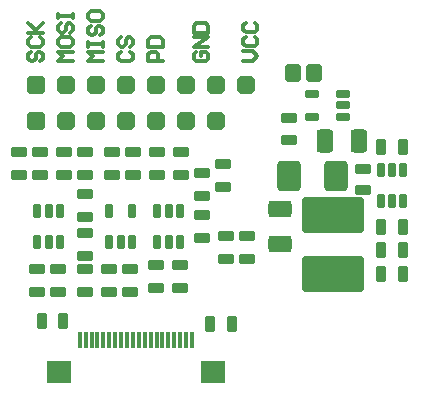
<source format=gts>
G04*
G04 #@! TF.GenerationSoftware,Altium Limited,Altium Designer,24.3.1 (35)*
G04*
G04 Layer_Color=8388736*
%FSLAX25Y25*%
%MOIN*%
G70*
G04*
G04 #@! TF.SameCoordinates,749AA8DA-3F55-4B39-BDDD-BDD76B79CAE6*
G04*
G04*
G04 #@! TF.FilePolarity,Negative*
G04*
G01*
G75*
%ADD10C,0.01181*%
G04:AMPARAMS|DCode=11|XSize=53.21mil|YSize=31.56mil|CornerRadius=4.76mil|HoleSize=0mil|Usage=FLASHONLY|Rotation=90.000|XOffset=0mil|YOffset=0mil|HoleType=Round|Shape=RoundedRectangle|*
%AMROUNDEDRECTD11*
21,1,0.05321,0.02205,0,0,90.0*
21,1,0.04370,0.03156,0,0,90.0*
1,1,0.00951,0.01102,0.02185*
1,1,0.00951,0.01102,-0.02185*
1,1,0.00951,-0.01102,-0.02185*
1,1,0.00951,-0.01102,0.02185*
%
%ADD11ROUNDEDRECTD11*%
G04:AMPARAMS|DCode=12|XSize=61.09mil|YSize=53.21mil|CornerRadius=11.84mil|HoleSize=0mil|Usage=FLASHONLY|Rotation=90.000|XOffset=0mil|YOffset=0mil|HoleType=Round|Shape=RoundedRectangle|*
%AMROUNDEDRECTD12*
21,1,0.06109,0.02953,0,0,90.0*
21,1,0.03740,0.05321,0,0,90.0*
1,1,0.02368,0.01476,0.01870*
1,1,0.02368,0.01476,-0.01870*
1,1,0.02368,-0.01476,-0.01870*
1,1,0.02368,-0.01476,0.01870*
%
%ADD12ROUNDEDRECTD12*%
G04:AMPARAMS|DCode=13|XSize=122.11mil|YSize=208.72mil|CornerRadius=13.81mil|HoleSize=0mil|Usage=FLASHONLY|Rotation=90.000|XOffset=0mil|YOffset=0mil|HoleType=Round|Shape=RoundedRectangle|*
%AMROUNDEDRECTD13*
21,1,0.12211,0.18110,0,0,90.0*
21,1,0.09449,0.20872,0,0,90.0*
1,1,0.02762,0.09055,0.04724*
1,1,0.02762,0.09055,-0.04724*
1,1,0.02762,-0.09055,-0.04724*
1,1,0.02762,-0.09055,0.04724*
%
%ADD13ROUNDEDRECTD13*%
G04:AMPARAMS|DCode=14|XSize=76.84mil|YSize=55.18mil|CornerRadius=9.68mil|HoleSize=0mil|Usage=FLASHONLY|Rotation=90.000|XOffset=0mil|YOffset=0mil|HoleType=Round|Shape=RoundedRectangle|*
%AMROUNDEDRECTD14*
21,1,0.07684,0.03583,0,0,90.0*
21,1,0.05748,0.05518,0,0,90.0*
1,1,0.01935,0.01791,0.02874*
1,1,0.01935,0.01791,-0.02874*
1,1,0.01935,-0.01791,-0.02874*
1,1,0.01935,-0.01791,0.02874*
%
%ADD14ROUNDEDRECTD14*%
G04:AMPARAMS|DCode=15|XSize=78.8mil|YSize=102.43mil|CornerRadius=13.22mil|HoleSize=0mil|Usage=FLASHONLY|Rotation=180.000|XOffset=0mil|YOffset=0mil|HoleType=Round|Shape=RoundedRectangle|*
%AMROUNDEDRECTD15*
21,1,0.07880,0.07598,0,0,180.0*
21,1,0.05236,0.10243,0,0,180.0*
1,1,0.02644,-0.02618,0.03799*
1,1,0.02644,0.02618,0.03799*
1,1,0.02644,0.02618,-0.03799*
1,1,0.02644,-0.02618,-0.03799*
%
%ADD15ROUNDEDRECTD15*%
G04:AMPARAMS|DCode=16|XSize=53.21mil|YSize=31.56mil|CornerRadius=4.76mil|HoleSize=0mil|Usage=FLASHONLY|Rotation=0.000|XOffset=0mil|YOffset=0mil|HoleType=Round|Shape=RoundedRectangle|*
%AMROUNDEDRECTD16*
21,1,0.05321,0.02205,0,0,0.0*
21,1,0.04370,0.03156,0,0,0.0*
1,1,0.00951,0.02185,-0.01102*
1,1,0.00951,-0.02185,-0.01102*
1,1,0.00951,-0.02185,0.01102*
1,1,0.00951,0.02185,0.01102*
%
%ADD16ROUNDEDRECTD16*%
G04:AMPARAMS|DCode=17|XSize=27.62mil|YSize=47.31mil|CornerRadius=7.91mil|HoleSize=0mil|Usage=FLASHONLY|Rotation=0.000|XOffset=0mil|YOffset=0mil|HoleType=Round|Shape=RoundedRectangle|*
%AMROUNDEDRECTD17*
21,1,0.02762,0.03150,0,0,0.0*
21,1,0.01181,0.04731,0,0,0.0*
1,1,0.01581,0.00591,-0.01575*
1,1,0.01581,-0.00591,-0.01575*
1,1,0.01581,-0.00591,0.01575*
1,1,0.01581,0.00591,0.01575*
%
%ADD17ROUNDEDRECTD17*%
G04:AMPARAMS|DCode=18|XSize=53.21mil|YSize=35.5mil|CornerRadius=5.15mil|HoleSize=0mil|Usage=FLASHONLY|Rotation=90.000|XOffset=0mil|YOffset=0mil|HoleType=Round|Shape=RoundedRectangle|*
%AMROUNDEDRECTD18*
21,1,0.05321,0.02520,0,0,90.0*
21,1,0.04291,0.03550,0,0,90.0*
1,1,0.01030,0.01260,0.02146*
1,1,0.01030,0.01260,-0.02146*
1,1,0.01030,-0.01260,-0.02146*
1,1,0.01030,-0.01260,0.02146*
%
%ADD18ROUNDEDRECTD18*%
G04:AMPARAMS|DCode=19|XSize=53.21mil|YSize=35.5mil|CornerRadius=5.15mil|HoleSize=0mil|Usage=FLASHONLY|Rotation=180.000|XOffset=0mil|YOffset=0mil|HoleType=Round|Shape=RoundedRectangle|*
%AMROUNDEDRECTD19*
21,1,0.05321,0.02520,0,0,180.0*
21,1,0.04291,0.03550,0,0,180.0*
1,1,0.01030,-0.02146,0.01260*
1,1,0.01030,0.02146,0.01260*
1,1,0.01030,0.02146,-0.01260*
1,1,0.01030,-0.02146,-0.01260*
%
%ADD19ROUNDEDRECTD19*%
G04:AMPARAMS|DCode=20|XSize=76.84mil|YSize=55.18mil|CornerRadius=9.68mil|HoleSize=0mil|Usage=FLASHONLY|Rotation=0.000|XOffset=0mil|YOffset=0mil|HoleType=Round|Shape=RoundedRectangle|*
%AMROUNDEDRECTD20*
21,1,0.07684,0.03583,0,0,0.0*
21,1,0.05748,0.05518,0,0,0.0*
1,1,0.01935,0.02874,-0.01791*
1,1,0.01935,-0.02874,-0.01791*
1,1,0.01935,-0.02874,0.01791*
1,1,0.01935,0.02874,0.01791*
%
%ADD20ROUNDEDRECTD20*%
G04:AMPARAMS|DCode=21|XSize=27.62mil|YSize=47.31mil|CornerRadius=4.36mil|HoleSize=0mil|Usage=FLASHONLY|Rotation=180.000|XOffset=0mil|YOffset=0mil|HoleType=Round|Shape=RoundedRectangle|*
%AMROUNDEDRECTD21*
21,1,0.02762,0.03858,0,0,180.0*
21,1,0.01890,0.04731,0,0,180.0*
1,1,0.00872,-0.00945,0.01929*
1,1,0.00872,0.00945,0.01929*
1,1,0.00872,0.00945,-0.01929*
1,1,0.00872,-0.00945,-0.01929*
%
%ADD21ROUNDEDRECTD21*%
G04:AMPARAMS|DCode=22|XSize=27.62mil|YSize=47.31mil|CornerRadius=4.36mil|HoleSize=0mil|Usage=FLASHONLY|Rotation=270.000|XOffset=0mil|YOffset=0mil|HoleType=Round|Shape=RoundedRectangle|*
%AMROUNDEDRECTD22*
21,1,0.02762,0.03858,0,0,270.0*
21,1,0.01890,0.04731,0,0,270.0*
1,1,0.00872,-0.01929,-0.00945*
1,1,0.00872,-0.01929,0.00945*
1,1,0.00872,0.01929,0.00945*
1,1,0.00872,0.01929,-0.00945*
%
%ADD22ROUNDEDRECTD22*%
%ADD23R,0.01581X0.05518*%
%ADD24R,0.08274X0.07487*%
G04:AMPARAMS|DCode=25|XSize=63.06mil|YSize=63.06mil|CornerRadius=0mil|HoleSize=0mil|Usage=FLASHONLY|Rotation=0.000|XOffset=0mil|YOffset=0mil|HoleType=Round|Shape=Octagon|*
%AMOCTAGOND25*
4,1,8,0.03153,-0.01576,0.03153,0.01576,0.01576,0.03153,-0.01576,0.03153,-0.03153,0.01576,-0.03153,-0.01576,-0.01576,-0.03153,0.01576,-0.03153,0.03153,-0.01576,0.0*
%
%ADD25OCTAGOND25*%

G04:AMPARAMS|DCode=26|XSize=63.06mil|YSize=63.06mil|CornerRadius=16.76mil|HoleSize=0mil|Usage=FLASHONLY|Rotation=0.000|XOffset=0mil|YOffset=0mil|HoleType=Round|Shape=RoundedRectangle|*
%AMROUNDEDRECTD26*
21,1,0.06306,0.02953,0,0,0.0*
21,1,0.02953,0.06306,0,0,0.0*
1,1,0.03353,0.01476,-0.01476*
1,1,0.03353,-0.01476,-0.01476*
1,1,0.03353,-0.01476,0.01476*
1,1,0.03353,0.01476,0.01476*
%
%ADD26ROUNDEDRECTD26*%
%ADD27C,0.00400*%
D10*
X68583Y121330D02*
X67796Y120543D01*
Y118968D01*
X68583Y118181D01*
X71732D01*
X72519Y118968D01*
Y120543D01*
X71732Y121330D01*
X70157D01*
Y119755D01*
X72519Y122904D02*
X67796D01*
X72519Y126053D01*
X67796D01*
Y127627D02*
X72519D01*
Y129988D01*
X71732Y130775D01*
X68583D01*
X67796Y129988D01*
Y127627D01*
X84253Y118307D02*
X87401D01*
X88976Y119881D01*
X87401Y121456D01*
X84253D01*
X85040Y126179D02*
X84253Y125391D01*
Y123817D01*
X85040Y123030D01*
X88188D01*
X88976Y123817D01*
Y125391D01*
X88188Y126179D01*
X85040Y130901D02*
X84253Y130114D01*
Y128540D01*
X85040Y127753D01*
X88188D01*
X88976Y128540D01*
Y130114D01*
X88188Y130901D01*
X57361Y118181D02*
X52639D01*
Y120543D01*
X53426Y121330D01*
X55000D01*
X55787Y120543D01*
Y118181D01*
X52639Y122904D02*
X57361D01*
Y125265D01*
X56574Y126053D01*
X53426D01*
X52639Y125265D01*
Y122904D01*
X43426Y121330D02*
X42639Y120543D01*
Y118968D01*
X43426Y118181D01*
X46574D01*
X47361Y118968D01*
Y120543D01*
X46574Y121330D01*
X43426Y126053D02*
X42639Y125265D01*
Y123691D01*
X43426Y122904D01*
X44213D01*
X45000Y123691D01*
Y125265D01*
X45787Y126053D01*
X46574D01*
X47361Y125265D01*
Y123691D01*
X46574Y122904D01*
X37361Y118181D02*
X32639D01*
X34213Y119755D01*
X32639Y121330D01*
X37361D01*
X32639Y122904D02*
Y124478D01*
Y123691D01*
X37361D01*
Y122904D01*
Y124478D01*
X33426Y129988D02*
X32639Y129201D01*
Y127627D01*
X33426Y126840D01*
X34213D01*
X35000Y127627D01*
Y129201D01*
X35787Y129988D01*
X36574D01*
X37361Y129201D01*
Y127627D01*
X36574Y126840D01*
X32639Y133924D02*
Y132350D01*
X33426Y131563D01*
X36574D01*
X37361Y132350D01*
Y133924D01*
X36574Y134711D01*
X33426D01*
X32639Y133924D01*
X27361Y118181D02*
X22639D01*
X24213Y119755D01*
X22639Y121330D01*
X27361D01*
X22639Y125265D02*
Y123691D01*
X23426Y122904D01*
X26574D01*
X27361Y123691D01*
Y125265D01*
X26574Y126053D01*
X23426D01*
X22639Y125265D01*
X23426Y130775D02*
X22639Y129988D01*
Y128414D01*
X23426Y127627D01*
X24213D01*
X25000Y128414D01*
Y129988D01*
X25787Y130775D01*
X26574D01*
X27361Y129988D01*
Y128414D01*
X26574Y127627D01*
X22639Y132350D02*
Y133924D01*
Y133137D01*
X27361D01*
Y132350D01*
Y133924D01*
X13426Y121330D02*
X12639Y120543D01*
Y118968D01*
X13426Y118181D01*
X14213D01*
X15000Y118968D01*
Y120543D01*
X15787Y121330D01*
X16574D01*
X17361Y120543D01*
Y118968D01*
X16574Y118181D01*
X13426Y126053D02*
X12639Y125265D01*
Y123691D01*
X13426Y122904D01*
X16574D01*
X17361Y123691D01*
Y125265D01*
X16574Y126053D01*
X12639Y127627D02*
X17361D01*
X15787D01*
X12639Y130775D01*
X15000Y128414D01*
X17361Y130775D01*
D11*
X130118Y89567D02*
D03*
X137598D02*
D03*
X73032Y30512D02*
D03*
X80512D02*
D03*
X130118Y47244D02*
D03*
X137598D02*
D03*
X130118Y55118D02*
D03*
X137598D02*
D03*
X137598Y62992D02*
D03*
X130118D02*
D03*
D12*
X100886Y114173D02*
D03*
X107776D02*
D03*
D13*
X114173Y66929D02*
D03*
Y47244D02*
D03*
D14*
X122835Y91535D02*
D03*
X111417D02*
D03*
D15*
X115157Y79724D02*
D03*
X99409D02*
D03*
D16*
X16378Y80260D02*
D03*
X9378Y80260D02*
D03*
X15378Y48740D02*
D03*
X63378Y80260D02*
D03*
X70378Y80740D02*
D03*
X46378Y48740D02*
D03*
Y41260D02*
D03*
X22378Y48740D02*
D03*
Y41260D02*
D03*
X16378Y87740D02*
D03*
X24378D02*
D03*
Y80260D02*
D03*
X70378Y66740D02*
D03*
Y59260D02*
D03*
X31378Y60740D02*
D03*
Y53260D02*
D03*
X40378Y80260D02*
D03*
Y87740D02*
D03*
X99410Y99213D02*
D03*
Y91732D02*
D03*
X9378Y87740D02*
D03*
X15378Y41260D02*
D03*
X77378Y76260D02*
D03*
Y83740D02*
D03*
X55378Y80260D02*
D03*
Y87740D02*
D03*
X55118Y42520D02*
D03*
Y50000D02*
D03*
X63378Y87740D02*
D03*
X62992Y42520D02*
D03*
Y50000D02*
D03*
X70378Y73260D02*
D03*
X31378Y41260D02*
D03*
Y48740D02*
D03*
X47378Y80260D02*
D03*
Y87740D02*
D03*
X78378Y59740D02*
D03*
Y52260D02*
D03*
X85378Y59740D02*
D03*
Y52260D02*
D03*
X31378Y80260D02*
D03*
X39378Y48740D02*
D03*
Y41260D02*
D03*
X31378Y87740D02*
D03*
Y66260D02*
D03*
Y73740D02*
D03*
D17*
X15638Y68118D02*
D03*
Y57882D02*
D03*
X23118Y68118D02*
D03*
X55638Y57882D02*
D03*
X130118Y71654D02*
D03*
Y81890D02*
D03*
X133858D02*
D03*
X137598D02*
D03*
Y71654D02*
D03*
X63118Y68118D02*
D03*
Y57882D02*
D03*
X23118D02*
D03*
X19378D02*
D03*
Y68118D02*
D03*
X133858Y71654D02*
D03*
X59378Y57882D02*
D03*
X55638Y68118D02*
D03*
X59378D02*
D03*
D18*
X24213Y31496D02*
D03*
X17126D02*
D03*
D19*
X124016Y82284D02*
D03*
Y75197D02*
D03*
D20*
X96457Y68701D02*
D03*
Y57284D02*
D03*
D21*
X43378Y57882D02*
D03*
X39638Y68118D02*
D03*
X47118D02*
D03*
Y57882D02*
D03*
X39638D02*
D03*
D22*
X117323Y107087D02*
D03*
Y99606D02*
D03*
X107087D02*
D03*
Y107087D02*
D03*
X117323Y103347D02*
D03*
D23*
X63205Y25189D02*
D03*
X61236D02*
D03*
X59268D02*
D03*
X57299D02*
D03*
X55331D02*
D03*
X53362D02*
D03*
X51394D02*
D03*
X49425D02*
D03*
X47457D02*
D03*
X41551D02*
D03*
X39583D02*
D03*
X37614D02*
D03*
X35646D02*
D03*
X33677D02*
D03*
X31709D02*
D03*
X29740D02*
D03*
X43520D02*
D03*
X45488D02*
D03*
X65173D02*
D03*
X67142D02*
D03*
D24*
X22654Y14362D02*
D03*
X74228D02*
D03*
D25*
X65000Y110236D02*
D03*
X25000D02*
D03*
X35000D02*
D03*
X45000D02*
D03*
X55000D02*
D03*
X75000D02*
D03*
X85000D02*
D03*
X75000Y98000D02*
D03*
X55000D02*
D03*
X45000D02*
D03*
X35000D02*
D03*
X25000D02*
D03*
X65000D02*
D03*
D26*
X15000Y110236D02*
D03*
Y98000D02*
D03*
D27*
X106299Y15748D02*
D03*
M02*

</source>
